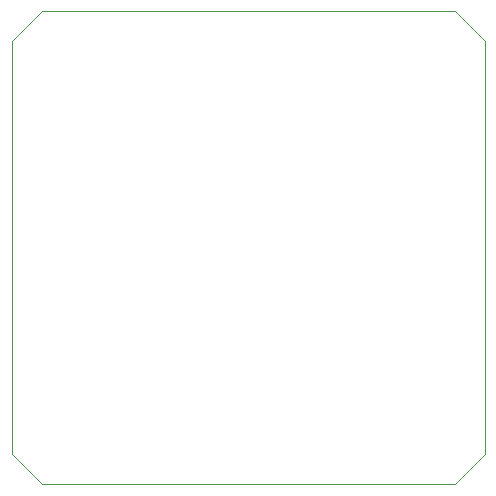
<source format=gbr>
%TF.GenerationSoftware,KiCad,Pcbnew,9.0.6*%
%TF.CreationDate,2025-12-07T19:18:26-08:00*%
%TF.ProjectId,redstone_comparator,72656473-746f-46e6-955f-636f6d706172,rev?*%
%TF.SameCoordinates,Original*%
%TF.FileFunction,Profile,NP*%
%FSLAX46Y46*%
G04 Gerber Fmt 4.6, Leading zero omitted, Abs format (unit mm)*
G04 Created by KiCad (PCBNEW 9.0.6) date 2025-12-07 19:18:26*
%MOMM*%
%LPD*%
G01*
G04 APERTURE LIST*
%TA.AperFunction,Profile*%
%ADD10C,0.050000*%
%TD*%
G04 APERTURE END LIST*
D10*
X155000000Y-37500000D02*
X152500000Y-35000000D01*
X117500000Y-75000000D02*
X152500000Y-75000000D01*
X152500000Y-75000000D02*
X155000000Y-72500000D01*
X155000000Y-72500000D02*
X155000000Y-37500000D01*
X115000000Y-37500000D02*
X115000000Y-72500000D01*
X152500000Y-35000000D02*
X117500000Y-35000000D01*
X115000000Y-37500000D02*
X117500000Y-35000000D01*
X115000000Y-72500000D02*
X117500000Y-75000000D01*
M02*

</source>
